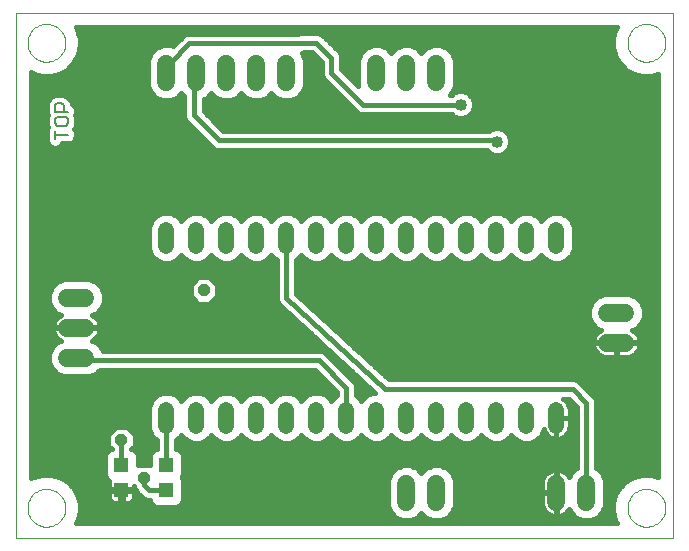
<source format=gtl>
G75*
%MOIN*%
%OFA0B0*%
%FSLAX24Y24*%
%IPPOS*%
%LPD*%
%AMOC8*
5,1,8,0,0,1.08239X$1,22.5*
%
%ADD10C,0.0000*%
%ADD11C,0.0070*%
%ADD12R,0.0472X0.0472*%
%ADD13C,0.0600*%
%ADD14C,0.0520*%
%ADD15C,0.0160*%
%ADD16C,0.0400*%
%ADD17OC8,0.0396*%
%ADD18OC8,0.0400*%
D10*
X000680Y000930D02*
X000680Y018426D01*
X022550Y018426D01*
X022550Y000930D01*
X000680Y000930D01*
X001050Y001930D02*
X001052Y001980D01*
X001058Y002030D01*
X001068Y002079D01*
X001082Y002127D01*
X001099Y002174D01*
X001120Y002219D01*
X001145Y002263D01*
X001173Y002304D01*
X001205Y002343D01*
X001239Y002380D01*
X001276Y002414D01*
X001316Y002444D01*
X001358Y002471D01*
X001402Y002495D01*
X001448Y002516D01*
X001495Y002532D01*
X001543Y002545D01*
X001593Y002554D01*
X001642Y002559D01*
X001693Y002560D01*
X001743Y002557D01*
X001792Y002550D01*
X001841Y002539D01*
X001889Y002524D01*
X001935Y002506D01*
X001980Y002484D01*
X002023Y002458D01*
X002064Y002429D01*
X002103Y002397D01*
X002139Y002362D01*
X002171Y002324D01*
X002201Y002284D01*
X002228Y002241D01*
X002251Y002197D01*
X002270Y002151D01*
X002286Y002103D01*
X002298Y002054D01*
X002306Y002005D01*
X002310Y001955D01*
X002310Y001905D01*
X002306Y001855D01*
X002298Y001806D01*
X002286Y001757D01*
X002270Y001709D01*
X002251Y001663D01*
X002228Y001619D01*
X002201Y001576D01*
X002171Y001536D01*
X002139Y001498D01*
X002103Y001463D01*
X002064Y001431D01*
X002023Y001402D01*
X001980Y001376D01*
X001935Y001354D01*
X001889Y001336D01*
X001841Y001321D01*
X001792Y001310D01*
X001743Y001303D01*
X001693Y001300D01*
X001642Y001301D01*
X001593Y001306D01*
X001543Y001315D01*
X001495Y001328D01*
X001448Y001344D01*
X001402Y001365D01*
X001358Y001389D01*
X001316Y001416D01*
X001276Y001446D01*
X001239Y001480D01*
X001205Y001517D01*
X001173Y001556D01*
X001145Y001597D01*
X001120Y001641D01*
X001099Y001686D01*
X001082Y001733D01*
X001068Y001781D01*
X001058Y001830D01*
X001052Y001880D01*
X001050Y001930D01*
X001050Y017430D02*
X001052Y017480D01*
X001058Y017530D01*
X001068Y017579D01*
X001082Y017627D01*
X001099Y017674D01*
X001120Y017719D01*
X001145Y017763D01*
X001173Y017804D01*
X001205Y017843D01*
X001239Y017880D01*
X001276Y017914D01*
X001316Y017944D01*
X001358Y017971D01*
X001402Y017995D01*
X001448Y018016D01*
X001495Y018032D01*
X001543Y018045D01*
X001593Y018054D01*
X001642Y018059D01*
X001693Y018060D01*
X001743Y018057D01*
X001792Y018050D01*
X001841Y018039D01*
X001889Y018024D01*
X001935Y018006D01*
X001980Y017984D01*
X002023Y017958D01*
X002064Y017929D01*
X002103Y017897D01*
X002139Y017862D01*
X002171Y017824D01*
X002201Y017784D01*
X002228Y017741D01*
X002251Y017697D01*
X002270Y017651D01*
X002286Y017603D01*
X002298Y017554D01*
X002306Y017505D01*
X002310Y017455D01*
X002310Y017405D01*
X002306Y017355D01*
X002298Y017306D01*
X002286Y017257D01*
X002270Y017209D01*
X002251Y017163D01*
X002228Y017119D01*
X002201Y017076D01*
X002171Y017036D01*
X002139Y016998D01*
X002103Y016963D01*
X002064Y016931D01*
X002023Y016902D01*
X001980Y016876D01*
X001935Y016854D01*
X001889Y016836D01*
X001841Y016821D01*
X001792Y016810D01*
X001743Y016803D01*
X001693Y016800D01*
X001642Y016801D01*
X001593Y016806D01*
X001543Y016815D01*
X001495Y016828D01*
X001448Y016844D01*
X001402Y016865D01*
X001358Y016889D01*
X001316Y016916D01*
X001276Y016946D01*
X001239Y016980D01*
X001205Y017017D01*
X001173Y017056D01*
X001145Y017097D01*
X001120Y017141D01*
X001099Y017186D01*
X001082Y017233D01*
X001068Y017281D01*
X001058Y017330D01*
X001052Y017380D01*
X001050Y017430D01*
X021050Y017430D02*
X021052Y017480D01*
X021058Y017530D01*
X021068Y017579D01*
X021082Y017627D01*
X021099Y017674D01*
X021120Y017719D01*
X021145Y017763D01*
X021173Y017804D01*
X021205Y017843D01*
X021239Y017880D01*
X021276Y017914D01*
X021316Y017944D01*
X021358Y017971D01*
X021402Y017995D01*
X021448Y018016D01*
X021495Y018032D01*
X021543Y018045D01*
X021593Y018054D01*
X021642Y018059D01*
X021693Y018060D01*
X021743Y018057D01*
X021792Y018050D01*
X021841Y018039D01*
X021889Y018024D01*
X021935Y018006D01*
X021980Y017984D01*
X022023Y017958D01*
X022064Y017929D01*
X022103Y017897D01*
X022139Y017862D01*
X022171Y017824D01*
X022201Y017784D01*
X022228Y017741D01*
X022251Y017697D01*
X022270Y017651D01*
X022286Y017603D01*
X022298Y017554D01*
X022306Y017505D01*
X022310Y017455D01*
X022310Y017405D01*
X022306Y017355D01*
X022298Y017306D01*
X022286Y017257D01*
X022270Y017209D01*
X022251Y017163D01*
X022228Y017119D01*
X022201Y017076D01*
X022171Y017036D01*
X022139Y016998D01*
X022103Y016963D01*
X022064Y016931D01*
X022023Y016902D01*
X021980Y016876D01*
X021935Y016854D01*
X021889Y016836D01*
X021841Y016821D01*
X021792Y016810D01*
X021743Y016803D01*
X021693Y016800D01*
X021642Y016801D01*
X021593Y016806D01*
X021543Y016815D01*
X021495Y016828D01*
X021448Y016844D01*
X021402Y016865D01*
X021358Y016889D01*
X021316Y016916D01*
X021276Y016946D01*
X021239Y016980D01*
X021205Y017017D01*
X021173Y017056D01*
X021145Y017097D01*
X021120Y017141D01*
X021099Y017186D01*
X021082Y017233D01*
X021068Y017281D01*
X021058Y017330D01*
X021052Y017380D01*
X021050Y017430D01*
X021050Y001930D02*
X021052Y001980D01*
X021058Y002030D01*
X021068Y002079D01*
X021082Y002127D01*
X021099Y002174D01*
X021120Y002219D01*
X021145Y002263D01*
X021173Y002304D01*
X021205Y002343D01*
X021239Y002380D01*
X021276Y002414D01*
X021316Y002444D01*
X021358Y002471D01*
X021402Y002495D01*
X021448Y002516D01*
X021495Y002532D01*
X021543Y002545D01*
X021593Y002554D01*
X021642Y002559D01*
X021693Y002560D01*
X021743Y002557D01*
X021792Y002550D01*
X021841Y002539D01*
X021889Y002524D01*
X021935Y002506D01*
X021980Y002484D01*
X022023Y002458D01*
X022064Y002429D01*
X022103Y002397D01*
X022139Y002362D01*
X022171Y002324D01*
X022201Y002284D01*
X022228Y002241D01*
X022251Y002197D01*
X022270Y002151D01*
X022286Y002103D01*
X022298Y002054D01*
X022306Y002005D01*
X022310Y001955D01*
X022310Y001905D01*
X022306Y001855D01*
X022298Y001806D01*
X022286Y001757D01*
X022270Y001709D01*
X022251Y001663D01*
X022228Y001619D01*
X022201Y001576D01*
X022171Y001536D01*
X022139Y001498D01*
X022103Y001463D01*
X022064Y001431D01*
X022023Y001402D01*
X021980Y001376D01*
X021935Y001354D01*
X021889Y001336D01*
X021841Y001321D01*
X021792Y001310D01*
X021743Y001303D01*
X021693Y001300D01*
X021642Y001301D01*
X021593Y001306D01*
X021543Y001315D01*
X021495Y001328D01*
X021448Y001344D01*
X021402Y001365D01*
X021358Y001389D01*
X021316Y001416D01*
X021276Y001446D01*
X021239Y001480D01*
X021205Y001517D01*
X021173Y001556D01*
X021145Y001597D01*
X021120Y001641D01*
X021099Y001686D01*
X021082Y001733D01*
X021068Y001781D01*
X021058Y001830D01*
X021052Y001880D01*
X021050Y001930D01*
D11*
X002395Y014358D02*
X001965Y014358D01*
X001965Y014215D02*
X001965Y014502D01*
X002036Y014675D02*
X002323Y014675D01*
X002395Y014747D01*
X002395Y014891D01*
X002323Y014962D01*
X002036Y014962D01*
X001965Y014891D01*
X001965Y014747D01*
X002036Y014675D01*
X001965Y015136D02*
X001965Y015351D01*
X002036Y015423D01*
X002180Y015423D01*
X002252Y015351D01*
X002252Y015136D01*
X002395Y015136D02*
X001965Y015136D01*
D12*
X004180Y003343D03*
X004180Y002517D03*
X005680Y002517D03*
X005680Y003343D03*
D13*
X002980Y006930D02*
X002380Y006930D01*
X002380Y007930D02*
X002980Y007930D01*
X002980Y008930D02*
X002380Y008930D01*
X005680Y016130D02*
X005680Y016730D01*
X006680Y016730D02*
X006680Y016130D01*
X007680Y016130D02*
X007680Y016730D01*
X008680Y016730D02*
X008680Y016130D01*
X009680Y016130D02*
X009680Y016730D01*
X012680Y016730D02*
X012680Y016130D01*
X013680Y016130D02*
X013680Y016730D01*
X014680Y016730D02*
X014680Y016130D01*
X020380Y008430D02*
X020980Y008430D01*
X020980Y007430D02*
X020380Y007430D01*
X019680Y002730D02*
X019680Y002130D01*
X018680Y002130D02*
X018680Y002730D01*
X014680Y002730D02*
X014680Y002130D01*
X013680Y002130D02*
X013680Y002730D01*
D14*
X013680Y004670D02*
X013680Y005190D01*
X012680Y005190D02*
X012680Y004670D01*
X011680Y004670D02*
X011680Y005190D01*
X010680Y005190D02*
X010680Y004670D01*
X009680Y004670D02*
X009680Y005190D01*
X008680Y005190D02*
X008680Y004670D01*
X007680Y004670D02*
X007680Y005190D01*
X006680Y005190D02*
X006680Y004670D01*
X005680Y004670D02*
X005680Y005190D01*
X005680Y010670D02*
X005680Y011190D01*
X006680Y011190D02*
X006680Y010670D01*
X007680Y010670D02*
X007680Y011190D01*
X008680Y011190D02*
X008680Y010670D01*
X009680Y010670D02*
X009680Y011190D01*
X010680Y011190D02*
X010680Y010670D01*
X011680Y010670D02*
X011680Y011190D01*
X012680Y011190D02*
X012680Y010670D01*
X013680Y010670D02*
X013680Y011190D01*
X014680Y011190D02*
X014680Y010670D01*
X015680Y010670D02*
X015680Y011190D01*
X016680Y011190D02*
X016680Y010670D01*
X017680Y010670D02*
X017680Y011190D01*
X018680Y011190D02*
X018680Y010670D01*
X018680Y005190D02*
X018680Y004670D01*
X017680Y004670D02*
X017680Y005190D01*
X016680Y005190D02*
X016680Y004670D01*
X015680Y004670D02*
X015680Y005190D01*
X014680Y005190D02*
X014680Y004670D01*
D15*
X015180Y004361D02*
X015188Y004341D01*
X015351Y004178D01*
X015565Y004090D01*
X015795Y004090D01*
X016009Y004178D01*
X016172Y004341D01*
X016180Y004361D01*
X016188Y004341D01*
X016351Y004178D01*
X016565Y004090D01*
X016795Y004090D01*
X017009Y004178D01*
X017172Y004341D01*
X017180Y004361D01*
X017188Y004341D01*
X017351Y004178D01*
X017565Y004090D01*
X017795Y004090D01*
X018009Y004178D01*
X018172Y004341D01*
X018257Y004548D01*
X018272Y004501D01*
X018304Y004439D01*
X018344Y004383D01*
X018393Y004334D01*
X018449Y004294D01*
X018511Y004262D01*
X018577Y004241D01*
X018645Y004230D01*
X018680Y004230D01*
X018715Y004230D01*
X018783Y004241D01*
X018849Y004262D01*
X018911Y004294D01*
X018967Y004334D01*
X019016Y004383D01*
X019056Y004439D01*
X019088Y004501D01*
X019109Y004567D01*
X019120Y004635D01*
X019120Y004930D01*
X019120Y005225D01*
X019109Y005293D01*
X019088Y005359D01*
X019056Y005421D01*
X019016Y005477D01*
X018967Y005526D01*
X018911Y005566D01*
X018903Y005570D01*
X019087Y005570D01*
X019360Y005297D01*
X019360Y003269D01*
X019329Y003256D01*
X019154Y003081D01*
X019103Y002957D01*
X019091Y002982D01*
X019046Y003043D01*
X018993Y003096D01*
X018932Y003141D01*
X018864Y003175D01*
X018792Y003198D01*
X018718Y003210D01*
X018700Y003210D01*
X018700Y002450D01*
X018660Y002450D01*
X018660Y003210D01*
X018642Y003210D01*
X018568Y003198D01*
X018496Y003175D01*
X018428Y003141D01*
X018367Y003096D01*
X018314Y003043D01*
X018269Y002982D01*
X018235Y002914D01*
X018212Y002842D01*
X018200Y002768D01*
X018200Y002450D01*
X018660Y002450D01*
X018660Y002410D01*
X018700Y002410D01*
X018700Y001650D01*
X018718Y001650D01*
X018792Y001662D01*
X018864Y001685D01*
X018932Y001719D01*
X018993Y001764D01*
X019046Y001817D01*
X019091Y001878D01*
X019103Y001903D01*
X019154Y001779D01*
X019329Y001604D01*
X019557Y001510D01*
X019803Y001510D01*
X020031Y001604D01*
X020206Y001779D01*
X020300Y002007D01*
X020300Y002853D01*
X020206Y003081D01*
X020031Y003256D01*
X020000Y003269D01*
X020000Y005494D01*
X019951Y005611D01*
X019861Y005701D01*
X019401Y006161D01*
X019284Y006210D01*
X013086Y006210D01*
X010000Y009070D01*
X010000Y010175D01*
X010009Y010178D01*
X010172Y010341D01*
X010180Y010361D01*
X010188Y010341D01*
X010351Y010178D01*
X010565Y010090D01*
X010795Y010090D01*
X011009Y010178D01*
X011172Y010341D01*
X011180Y010361D01*
X011188Y010341D01*
X011351Y010178D01*
X011565Y010090D01*
X011795Y010090D01*
X012009Y010178D01*
X012172Y010341D01*
X012180Y010361D01*
X012188Y010341D01*
X012351Y010178D01*
X012565Y010090D01*
X012795Y010090D01*
X013009Y010178D01*
X013172Y010341D01*
X013180Y010361D01*
X013188Y010341D01*
X013351Y010178D01*
X013565Y010090D01*
X013795Y010090D01*
X014009Y010178D01*
X014172Y010341D01*
X014180Y010361D01*
X014188Y010341D01*
X014351Y010178D01*
X014565Y010090D01*
X014795Y010090D01*
X015009Y010178D01*
X015172Y010341D01*
X015180Y010361D01*
X015188Y010341D01*
X015351Y010178D01*
X015565Y010090D01*
X015795Y010090D01*
X016009Y010178D01*
X016172Y010341D01*
X016180Y010361D01*
X016188Y010341D01*
X016351Y010178D01*
X016565Y010090D01*
X016795Y010090D01*
X017009Y010178D01*
X017172Y010341D01*
X017180Y010361D01*
X017188Y010341D01*
X017351Y010178D01*
X017565Y010090D01*
X017795Y010090D01*
X018009Y010178D01*
X018172Y010341D01*
X018180Y010361D01*
X018188Y010341D01*
X018351Y010178D01*
X018565Y010090D01*
X018795Y010090D01*
X019009Y010178D01*
X019172Y010341D01*
X019260Y010555D01*
X019260Y011305D01*
X019172Y011519D01*
X019009Y011682D01*
X018795Y011770D01*
X018565Y011770D01*
X018351Y011682D01*
X018188Y011519D01*
X018180Y011499D01*
X018172Y011519D01*
X018009Y011682D01*
X017795Y011770D01*
X017565Y011770D01*
X017351Y011682D01*
X017188Y011519D01*
X017180Y011499D01*
X017172Y011519D01*
X017009Y011682D01*
X016795Y011770D01*
X016565Y011770D01*
X016351Y011682D01*
X016188Y011519D01*
X016180Y011499D01*
X016172Y011519D01*
X016009Y011682D01*
X015795Y011770D01*
X015565Y011770D01*
X015351Y011682D01*
X015188Y011519D01*
X015180Y011499D01*
X015172Y011519D01*
X015009Y011682D01*
X014795Y011770D01*
X014565Y011770D01*
X014351Y011682D01*
X014188Y011519D01*
X014180Y011499D01*
X014172Y011519D01*
X014009Y011682D01*
X013795Y011770D01*
X013565Y011770D01*
X013351Y011682D01*
X013188Y011519D01*
X013180Y011499D01*
X013172Y011519D01*
X013009Y011682D01*
X012795Y011770D01*
X012565Y011770D01*
X012351Y011682D01*
X012188Y011519D01*
X012180Y011499D01*
X012172Y011519D01*
X012009Y011682D01*
X011795Y011770D01*
X011565Y011770D01*
X011351Y011682D01*
X011188Y011519D01*
X011180Y011499D01*
X011172Y011519D01*
X011009Y011682D01*
X010795Y011770D01*
X010565Y011770D01*
X010351Y011682D01*
X010188Y011519D01*
X010180Y011499D01*
X010172Y011519D01*
X010009Y011682D01*
X009795Y011770D01*
X009565Y011770D01*
X009351Y011682D01*
X009188Y011519D01*
X009180Y011499D01*
X009172Y011519D01*
X009009Y011682D01*
X008795Y011770D01*
X008565Y011770D01*
X008351Y011682D01*
X008188Y011519D01*
X008180Y011499D01*
X008172Y011519D01*
X008009Y011682D01*
X007795Y011770D01*
X007565Y011770D01*
X007351Y011682D01*
X007188Y011519D01*
X007180Y011499D01*
X007172Y011519D01*
X007009Y011682D01*
X006795Y011770D01*
X006565Y011770D01*
X006351Y011682D01*
X006188Y011519D01*
X006180Y011499D01*
X006172Y011519D01*
X006009Y011682D01*
X005795Y011770D01*
X005565Y011770D01*
X005351Y011682D01*
X005188Y011519D01*
X005100Y011305D01*
X005100Y010555D01*
X005188Y010341D01*
X005351Y010178D01*
X005565Y010090D01*
X005795Y010090D01*
X006009Y010178D01*
X006172Y010341D01*
X006180Y010361D01*
X006188Y010341D01*
X006351Y010178D01*
X006565Y010090D01*
X006795Y010090D01*
X007009Y010178D01*
X007172Y010341D01*
X007180Y010361D01*
X007188Y010341D01*
X007351Y010178D01*
X007565Y010090D01*
X007795Y010090D01*
X008009Y010178D01*
X008172Y010341D01*
X008180Y010361D01*
X008188Y010341D01*
X008351Y010178D01*
X008565Y010090D01*
X008795Y010090D01*
X009009Y010178D01*
X009172Y010341D01*
X009180Y010361D01*
X009188Y010341D01*
X009351Y010178D01*
X009360Y010175D01*
X009360Y008987D01*
X009358Y008981D01*
X009360Y008924D01*
X009360Y008866D01*
X009362Y008861D01*
X009363Y008854D01*
X009387Y008802D01*
X009409Y008749D01*
X009413Y008744D01*
X009416Y008739D01*
X009458Y008699D01*
X009499Y008659D01*
X009505Y008656D01*
X012619Y005770D01*
X012565Y005770D01*
X012351Y005682D01*
X012188Y005519D01*
X012180Y005499D01*
X012172Y005519D01*
X012009Y005682D01*
X012000Y005685D01*
X012000Y005994D01*
X011951Y006111D01*
X011861Y006201D01*
X010941Y007121D01*
X010824Y007170D01*
X003552Y007170D01*
X003506Y007281D01*
X003331Y007456D01*
X003207Y007507D01*
X003232Y007519D01*
X003293Y007564D01*
X003346Y007617D01*
X003391Y007678D01*
X003425Y007746D01*
X003448Y007818D01*
X003460Y007892D01*
X003460Y007910D01*
X002700Y007910D01*
X002700Y007950D01*
X003460Y007950D01*
X003460Y007968D01*
X003448Y008042D01*
X003425Y008114D01*
X003391Y008182D01*
X003346Y008243D01*
X003293Y008296D01*
X003232Y008341D01*
X003207Y008353D01*
X003331Y008404D01*
X003506Y008579D01*
X003600Y008807D01*
X003600Y009053D01*
X003506Y009281D01*
X003331Y009456D01*
X003103Y009550D01*
X002257Y009550D01*
X002029Y009456D01*
X001854Y009281D01*
X001760Y009053D01*
X001760Y008807D01*
X001854Y008579D01*
X002029Y008404D01*
X002153Y008353D01*
X002128Y008341D01*
X002067Y008296D01*
X002014Y008243D01*
X001969Y008182D01*
X001935Y008114D01*
X001912Y008042D01*
X001900Y007968D01*
X001900Y007950D01*
X002660Y007950D01*
X002660Y007910D01*
X001900Y007910D01*
X001900Y007892D01*
X001912Y007818D01*
X001935Y007746D01*
X001969Y007678D01*
X002014Y007617D01*
X002067Y007564D01*
X002128Y007519D01*
X002153Y007507D01*
X002029Y007456D01*
X001854Y007281D01*
X001760Y007053D01*
X001760Y006807D01*
X001854Y006579D01*
X002029Y006404D01*
X002257Y006310D01*
X003103Y006310D01*
X003331Y006404D01*
X003457Y006530D01*
X010627Y006530D01*
X011360Y005797D01*
X011360Y005685D01*
X011351Y005682D01*
X011188Y005519D01*
X011180Y005499D01*
X011172Y005519D01*
X011009Y005682D01*
X010795Y005770D01*
X010565Y005770D01*
X010351Y005682D01*
X010188Y005519D01*
X010180Y005499D01*
X010172Y005519D01*
X010009Y005682D01*
X009795Y005770D01*
X009565Y005770D01*
X009351Y005682D01*
X009188Y005519D01*
X009180Y005499D01*
X009172Y005519D01*
X009009Y005682D01*
X008795Y005770D01*
X008565Y005770D01*
X008351Y005682D01*
X008188Y005519D01*
X008180Y005499D01*
X008172Y005519D01*
X008009Y005682D01*
X007795Y005770D01*
X007565Y005770D01*
X007351Y005682D01*
X007188Y005519D01*
X007180Y005499D01*
X007172Y005519D01*
X007009Y005682D01*
X006795Y005770D01*
X006565Y005770D01*
X006351Y005682D01*
X006188Y005519D01*
X006180Y005499D01*
X006172Y005519D01*
X006009Y005682D01*
X005795Y005770D01*
X005565Y005770D01*
X005351Y005682D01*
X005188Y005519D01*
X005100Y005305D01*
X005100Y004555D01*
X005188Y004341D01*
X005351Y004178D01*
X005360Y004175D01*
X005360Y003891D01*
X005263Y003851D01*
X005172Y003761D01*
X005124Y003643D01*
X005124Y003356D01*
X005111Y003368D01*
X004749Y003368D01*
X004736Y003356D01*
X004736Y003643D01*
X004688Y003761D01*
X004597Y003851D01*
X004508Y003888D01*
X004618Y003999D01*
X004618Y004361D01*
X004361Y004618D01*
X003999Y004618D01*
X003742Y004361D01*
X003742Y003999D01*
X003852Y003888D01*
X003763Y003851D01*
X003672Y003761D01*
X003624Y003643D01*
X003624Y003044D01*
X003672Y002926D01*
X003763Y002836D01*
X003780Y002829D01*
X003776Y002822D01*
X003764Y002777D01*
X003764Y002555D01*
X004142Y002555D01*
X004142Y002479D01*
X003764Y002479D01*
X003764Y002257D01*
X003776Y002211D01*
X003800Y002170D01*
X003833Y002136D01*
X003874Y002113D01*
X003920Y002100D01*
X004142Y002100D01*
X004142Y002478D01*
X004218Y002478D01*
X004218Y002100D01*
X004440Y002100D01*
X004486Y002113D01*
X004527Y002136D01*
X004560Y002170D01*
X004584Y002211D01*
X004596Y002257D01*
X004596Y002479D01*
X004218Y002479D01*
X004218Y002555D01*
X004596Y002555D01*
X004596Y002644D01*
X004610Y002630D01*
X004610Y002616D01*
X004659Y002499D01*
X004749Y002409D01*
X004912Y002245D01*
X005030Y002197D01*
X005132Y002197D01*
X005172Y002099D01*
X005263Y002009D01*
X005380Y001960D01*
X005980Y001960D01*
X006097Y002009D01*
X006188Y002099D01*
X006236Y002217D01*
X006236Y002816D01*
X006189Y002930D01*
X006236Y003044D01*
X006236Y003643D01*
X006188Y003761D01*
X006097Y003851D01*
X006000Y003891D01*
X006000Y004175D01*
X006009Y004178D01*
X006172Y004341D01*
X006180Y004361D01*
X006188Y004341D01*
X006351Y004178D01*
X006565Y004090D01*
X006795Y004090D01*
X007009Y004178D01*
X007172Y004341D01*
X007180Y004361D01*
X007188Y004341D01*
X007351Y004178D01*
X007565Y004090D01*
X007795Y004090D01*
X008009Y004178D01*
X008172Y004341D01*
X008180Y004361D01*
X008188Y004341D01*
X008351Y004178D01*
X008565Y004090D01*
X008795Y004090D01*
X009009Y004178D01*
X009172Y004341D01*
X009180Y004361D01*
X009188Y004341D01*
X009351Y004178D01*
X009565Y004090D01*
X009795Y004090D01*
X010009Y004178D01*
X010172Y004341D01*
X010180Y004361D01*
X010188Y004341D01*
X010351Y004178D01*
X010565Y004090D01*
X010795Y004090D01*
X011009Y004178D01*
X011172Y004341D01*
X011180Y004361D01*
X011188Y004341D01*
X011351Y004178D01*
X011565Y004090D01*
X011795Y004090D01*
X012009Y004178D01*
X012172Y004341D01*
X012180Y004361D01*
X012188Y004341D01*
X012351Y004178D01*
X012565Y004090D01*
X012795Y004090D01*
X013009Y004178D01*
X013172Y004341D01*
X013180Y004361D01*
X013188Y004341D01*
X013351Y004178D01*
X013565Y004090D01*
X013795Y004090D01*
X014009Y004178D01*
X014172Y004341D01*
X014180Y004361D01*
X014188Y004341D01*
X014351Y004178D01*
X014565Y004090D01*
X014795Y004090D01*
X015009Y004178D01*
X015172Y004341D01*
X015180Y004361D01*
X015089Y004259D02*
X015271Y004259D01*
X015540Y004100D02*
X014820Y004100D01*
X014540Y004100D02*
X013820Y004100D01*
X014089Y004259D02*
X014271Y004259D01*
X013540Y004100D02*
X012820Y004100D01*
X012540Y004100D02*
X011820Y004100D01*
X011540Y004100D02*
X010820Y004100D01*
X010540Y004100D02*
X009820Y004100D01*
X010089Y004259D02*
X010271Y004259D01*
X009540Y004100D02*
X008820Y004100D01*
X008540Y004100D02*
X007820Y004100D01*
X007540Y004100D02*
X006820Y004100D01*
X007089Y004259D02*
X007271Y004259D01*
X008089Y004259D02*
X008271Y004259D01*
X009089Y004259D02*
X009271Y004259D01*
X009196Y005527D02*
X009164Y005527D01*
X009001Y005685D02*
X009359Y005685D01*
X010001Y005685D02*
X010359Y005685D01*
X010196Y005527D02*
X010164Y005527D01*
X011001Y005685D02*
X011359Y005685D01*
X011314Y005844D02*
X001160Y005844D01*
X001160Y006002D02*
X011155Y006002D01*
X010997Y006161D02*
X001160Y006161D01*
X001160Y006319D02*
X002235Y006319D01*
X001956Y006478D02*
X001160Y006478D01*
X001160Y006636D02*
X001831Y006636D01*
X001765Y006795D02*
X001160Y006795D01*
X001160Y006953D02*
X001760Y006953D01*
X001784Y007112D02*
X001160Y007112D01*
X001160Y007270D02*
X001850Y007270D01*
X002002Y007429D02*
X001160Y007429D01*
X001160Y007587D02*
X002044Y007587D01*
X001935Y007746D02*
X001160Y007746D01*
X001160Y007904D02*
X001900Y007904D01*
X001918Y008063D02*
X001160Y008063D01*
X001160Y008221D02*
X001998Y008221D01*
X002089Y008380D02*
X001160Y008380D01*
X001160Y008538D02*
X001895Y008538D01*
X001806Y008697D02*
X001160Y008697D01*
X001160Y008855D02*
X001760Y008855D01*
X001760Y009014D02*
X001160Y009014D01*
X001160Y009172D02*
X001809Y009172D01*
X001904Y009331D02*
X001160Y009331D01*
X001160Y009489D02*
X002109Y009489D01*
X003251Y009489D02*
X006619Y009489D01*
X006492Y009361D02*
X006749Y009618D01*
X007111Y009618D01*
X007368Y009361D01*
X007368Y008999D01*
X007111Y008742D01*
X006749Y008742D01*
X006492Y008999D01*
X006492Y009361D01*
X006492Y009331D02*
X003456Y009331D01*
X003551Y009172D02*
X006492Y009172D01*
X006492Y009014D02*
X003600Y009014D01*
X003600Y008855D02*
X006635Y008855D01*
X007225Y008855D02*
X009363Y008855D01*
X009360Y009014D02*
X007368Y009014D01*
X007368Y009172D02*
X009360Y009172D01*
X009360Y009331D02*
X007368Y009331D01*
X007241Y009489D02*
X009360Y009489D01*
X009360Y009648D02*
X001160Y009648D01*
X001160Y009806D02*
X009360Y009806D01*
X009360Y009965D02*
X001160Y009965D01*
X001160Y010123D02*
X005485Y010123D01*
X005248Y010282D02*
X001160Y010282D01*
X001160Y010440D02*
X005147Y010440D01*
X005100Y010599D02*
X001160Y010599D01*
X001160Y010757D02*
X005100Y010757D01*
X005100Y010916D02*
X001160Y010916D01*
X001160Y011074D02*
X005100Y011074D01*
X005100Y011233D02*
X001160Y011233D01*
X001160Y011391D02*
X005135Y011391D01*
X005219Y011550D02*
X001160Y011550D01*
X001160Y011708D02*
X005415Y011708D01*
X005945Y011708D02*
X006415Y011708D01*
X006219Y011550D02*
X006141Y011550D01*
X006945Y011708D02*
X007415Y011708D01*
X007219Y011550D02*
X007141Y011550D01*
X007945Y011708D02*
X008415Y011708D01*
X008219Y011550D02*
X008141Y011550D01*
X008945Y011708D02*
X009415Y011708D01*
X009219Y011550D02*
X009141Y011550D01*
X009945Y011708D02*
X010415Y011708D01*
X010219Y011550D02*
X010141Y011550D01*
X009680Y010930D02*
X009680Y008930D01*
X012960Y005890D01*
X019220Y005890D01*
X019680Y005430D01*
X019680Y002430D01*
X020300Y002357D02*
X020645Y002357D01*
X020646Y002358D02*
X020570Y002076D01*
X020570Y001784D01*
X020646Y001502D01*
X020699Y001410D01*
X002661Y001410D01*
X002714Y001502D01*
X002790Y001784D01*
X002790Y002076D01*
X002714Y002358D01*
X002568Y002612D01*
X002362Y002818D01*
X002108Y002964D01*
X001826Y003040D01*
X001534Y003040D01*
X001252Y002964D01*
X001160Y002911D01*
X001160Y016449D01*
X001252Y016396D01*
X001534Y016320D01*
X001826Y016320D01*
X002108Y016396D01*
X002362Y016542D01*
X002568Y016748D01*
X002714Y017002D01*
X002790Y017284D01*
X002790Y017576D01*
X002714Y017858D01*
X002664Y017946D01*
X020696Y017946D01*
X020646Y017858D01*
X020570Y017576D01*
X020570Y017284D01*
X020646Y017002D01*
X020792Y016748D01*
X020998Y016542D01*
X021252Y016396D01*
X021534Y016320D01*
X021826Y016320D01*
X022070Y016385D01*
X022070Y002975D01*
X021826Y003040D01*
X021534Y003040D01*
X021252Y002964D01*
X020998Y002818D01*
X020792Y002612D01*
X020646Y002358D01*
X020603Y002198D02*
X020300Y002198D01*
X020300Y002040D02*
X020570Y002040D01*
X020570Y001881D02*
X020248Y001881D01*
X020149Y001723D02*
X020587Y001723D01*
X020629Y001564D02*
X019934Y001564D01*
X019426Y001564D02*
X014934Y001564D01*
X015031Y001604D02*
X014803Y001510D01*
X014557Y001510D01*
X014329Y001604D01*
X014180Y001753D01*
X014031Y001604D01*
X013803Y001510D01*
X013557Y001510D01*
X013329Y001604D01*
X013154Y001779D01*
X013060Y002007D01*
X013060Y002853D01*
X013154Y003081D01*
X013329Y003256D01*
X013557Y003350D01*
X013803Y003350D01*
X014031Y003256D01*
X014180Y003107D01*
X014329Y003256D01*
X014557Y003350D01*
X014803Y003350D01*
X015031Y003256D01*
X015206Y003081D01*
X015300Y002853D01*
X015300Y002007D01*
X015206Y001779D01*
X015031Y001604D01*
X015149Y001723D02*
X018424Y001723D01*
X018428Y001719D02*
X018496Y001685D01*
X018568Y001662D01*
X018642Y001650D01*
X018660Y001650D01*
X018660Y002410D01*
X018200Y002410D01*
X018200Y002092D01*
X018212Y002018D01*
X018235Y001946D01*
X018269Y001878D01*
X018314Y001817D01*
X018367Y001764D01*
X018428Y001719D01*
X018268Y001881D02*
X015248Y001881D01*
X015300Y002040D02*
X018208Y002040D01*
X018200Y002198D02*
X015300Y002198D01*
X015300Y002357D02*
X018200Y002357D01*
X018200Y002515D02*
X015300Y002515D01*
X015300Y002674D02*
X018200Y002674D01*
X018210Y002832D02*
X015300Y002832D01*
X015243Y002991D02*
X018276Y002991D01*
X018445Y003149D02*
X015138Y003149D01*
X014906Y003308D02*
X019360Y003308D01*
X019360Y003466D02*
X006236Y003466D01*
X006236Y003308D02*
X013454Y003308D01*
X013222Y003149D02*
X006236Y003149D01*
X006214Y002991D02*
X013117Y002991D01*
X013060Y002832D02*
X006230Y002832D01*
X006236Y002674D02*
X013060Y002674D01*
X013060Y002515D02*
X006236Y002515D01*
X006236Y002357D02*
X013060Y002357D01*
X013060Y002198D02*
X006228Y002198D01*
X006128Y002040D02*
X013060Y002040D01*
X013112Y001881D02*
X002790Y001881D01*
X002790Y002040D02*
X005232Y002040D01*
X005026Y002198D02*
X004576Y002198D01*
X004596Y002357D02*
X004801Y002357D01*
X004652Y002515D02*
X004218Y002515D01*
X004180Y002517D02*
X004180Y002180D01*
X003830Y001830D01*
X003240Y001830D01*
X002773Y001723D02*
X013211Y001723D01*
X013426Y001564D02*
X002731Y001564D01*
X002757Y002198D02*
X003784Y002198D01*
X003764Y002357D02*
X002715Y002357D01*
X002624Y002515D02*
X004142Y002515D01*
X004180Y002517D02*
X004200Y002370D01*
X004218Y002357D02*
X004142Y002357D01*
X004142Y002198D02*
X004218Y002198D01*
X003764Y002674D02*
X002506Y002674D01*
X002338Y002832D02*
X003772Y002832D01*
X003646Y002991D02*
X002011Y002991D01*
X001349Y002991D02*
X001160Y002991D01*
X001160Y003149D02*
X003624Y003149D01*
X003624Y003308D02*
X001160Y003308D01*
X001160Y003466D02*
X003624Y003466D01*
X003624Y003625D02*
X001160Y003625D01*
X001160Y003783D02*
X003695Y003783D01*
X003799Y003942D02*
X001160Y003942D01*
X001160Y004100D02*
X003742Y004100D01*
X003742Y004259D02*
X001160Y004259D01*
X001160Y004417D02*
X003797Y004417D01*
X003956Y004576D02*
X001160Y004576D01*
X001160Y004734D02*
X005100Y004734D01*
X005100Y004576D02*
X004404Y004576D01*
X004563Y004417D02*
X005157Y004417D01*
X005271Y004259D02*
X004618Y004259D01*
X004618Y004100D02*
X005360Y004100D01*
X005360Y003942D02*
X004561Y003942D01*
X004665Y003783D02*
X005195Y003783D01*
X005124Y003625D02*
X004736Y003625D01*
X004736Y003466D02*
X005124Y003466D01*
X004930Y002930D02*
X004930Y002680D01*
X005093Y002517D01*
X005680Y002517D01*
X005680Y003343D02*
X005680Y004930D01*
X005100Y004893D02*
X001160Y004893D01*
X001160Y005051D02*
X005100Y005051D01*
X005100Y005210D02*
X001160Y005210D01*
X001160Y005368D02*
X005126Y005368D01*
X005196Y005527D02*
X001160Y005527D01*
X001160Y005685D02*
X005359Y005685D01*
X006001Y005685D02*
X006359Y005685D01*
X006196Y005527D02*
X006164Y005527D01*
X007001Y005685D02*
X007359Y005685D01*
X007196Y005527D02*
X007164Y005527D01*
X008001Y005685D02*
X008359Y005685D01*
X008196Y005527D02*
X008164Y005527D01*
X006540Y004100D02*
X006000Y004100D01*
X006000Y003942D02*
X019360Y003942D01*
X019360Y004100D02*
X017820Y004100D01*
X017540Y004100D02*
X016820Y004100D01*
X017089Y004259D02*
X017271Y004259D01*
X016540Y004100D02*
X015820Y004100D01*
X016089Y004259D02*
X016271Y004259D01*
X018089Y004259D02*
X018523Y004259D01*
X018680Y004259D02*
X018680Y004259D01*
X018680Y004230D02*
X018680Y004930D01*
X019120Y004930D01*
X018680Y004930D01*
X018680Y004930D01*
X018680Y004230D01*
X018837Y004259D02*
X019360Y004259D01*
X019360Y004417D02*
X019040Y004417D01*
X019111Y004576D02*
X019360Y004576D01*
X019360Y004734D02*
X019120Y004734D01*
X019120Y004893D02*
X019360Y004893D01*
X019360Y005051D02*
X019120Y005051D01*
X019120Y005210D02*
X019360Y005210D01*
X019289Y005368D02*
X019083Y005368D01*
X019131Y005527D02*
X018965Y005527D01*
X018680Y004930D02*
X018680Y004930D01*
X018680Y004893D02*
X018680Y004893D01*
X018680Y004734D02*
X018680Y004734D01*
X018680Y004576D02*
X018680Y004576D01*
X018680Y004417D02*
X018680Y004417D01*
X018320Y004417D02*
X018203Y004417D01*
X019360Y003783D02*
X006165Y003783D01*
X006236Y003625D02*
X019360Y003625D01*
X019222Y003149D02*
X018915Y003149D01*
X018700Y003149D02*
X018660Y003149D01*
X018660Y002991D02*
X018700Y002991D01*
X018700Y002832D02*
X018660Y002832D01*
X018660Y002674D02*
X018700Y002674D01*
X018700Y002515D02*
X018660Y002515D01*
X018660Y002357D02*
X018700Y002357D01*
X018700Y002198D02*
X018660Y002198D01*
X018660Y002040D02*
X018700Y002040D01*
X018700Y001881D02*
X018660Y001881D01*
X018660Y001723D02*
X018700Y001723D01*
X018936Y001723D02*
X019211Y001723D01*
X019112Y001881D02*
X019092Y001881D01*
X020300Y002515D02*
X020736Y002515D01*
X020854Y002674D02*
X020300Y002674D01*
X020300Y002832D02*
X021022Y002832D01*
X021349Y002991D02*
X020243Y002991D01*
X020138Y003149D02*
X022070Y003149D01*
X022070Y002991D02*
X022011Y002991D01*
X022070Y003308D02*
X020000Y003308D01*
X020000Y003466D02*
X022070Y003466D01*
X022070Y003625D02*
X020000Y003625D01*
X020000Y003783D02*
X022070Y003783D01*
X022070Y003942D02*
X020000Y003942D01*
X020000Y004100D02*
X022070Y004100D01*
X022070Y004259D02*
X020000Y004259D01*
X020000Y004417D02*
X022070Y004417D01*
X022070Y004576D02*
X020000Y004576D01*
X020000Y004734D02*
X022070Y004734D01*
X022070Y004893D02*
X020000Y004893D01*
X020000Y005051D02*
X022070Y005051D01*
X022070Y005210D02*
X020000Y005210D01*
X020000Y005368D02*
X022070Y005368D01*
X022070Y005527D02*
X019986Y005527D01*
X019878Y005685D02*
X022070Y005685D01*
X022070Y005844D02*
X019719Y005844D01*
X019561Y006002D02*
X022070Y006002D01*
X022070Y006161D02*
X019402Y006161D01*
X020196Y006985D02*
X020268Y006962D01*
X020342Y006950D01*
X020660Y006950D01*
X020660Y007410D01*
X020700Y007410D01*
X020700Y007450D01*
X021460Y007450D01*
X021460Y007468D01*
X021448Y007542D01*
X021425Y007614D01*
X021391Y007682D01*
X021346Y007743D01*
X021293Y007796D01*
X021232Y007841D01*
X021207Y007853D01*
X021331Y007904D01*
X021506Y008079D01*
X021600Y008307D01*
X021600Y008553D01*
X021506Y008781D01*
X021331Y008956D01*
X021103Y009050D01*
X020257Y009050D01*
X020029Y008956D01*
X019854Y008781D01*
X019760Y008553D01*
X019760Y008307D01*
X019854Y008079D01*
X020029Y007904D01*
X020153Y007853D01*
X020128Y007841D01*
X020067Y007796D01*
X020014Y007743D01*
X019969Y007682D01*
X019935Y007614D01*
X019912Y007542D01*
X019900Y007468D01*
X019900Y007450D01*
X020660Y007450D01*
X020660Y007410D01*
X019900Y007410D01*
X019900Y007392D01*
X019912Y007318D01*
X019935Y007246D01*
X019969Y007178D01*
X020014Y007117D01*
X020067Y007064D01*
X020128Y007019D01*
X020196Y006985D01*
X020323Y006953D02*
X012284Y006953D01*
X012455Y006795D02*
X022070Y006795D01*
X022070Y006953D02*
X021037Y006953D01*
X021018Y006950D02*
X021092Y006962D01*
X021164Y006985D01*
X021232Y007019D01*
X021293Y007064D01*
X021346Y007117D01*
X021391Y007178D01*
X021425Y007246D01*
X021448Y007318D01*
X021460Y007392D01*
X021460Y007410D01*
X020700Y007410D01*
X020700Y006950D01*
X021018Y006950D01*
X020700Y006953D02*
X020660Y006953D01*
X020660Y007112D02*
X020700Y007112D01*
X020700Y007270D02*
X020660Y007270D01*
X020660Y007429D02*
X011771Y007429D01*
X011600Y007587D02*
X019926Y007587D01*
X020017Y007746D02*
X011429Y007746D01*
X011258Y007904D02*
X020030Y007904D01*
X019871Y008063D02*
X011087Y008063D01*
X010916Y008221D02*
X019795Y008221D01*
X019760Y008380D02*
X010745Y008380D01*
X010574Y008538D02*
X019760Y008538D01*
X019819Y008697D02*
X010403Y008697D01*
X010232Y008855D02*
X019928Y008855D01*
X020169Y009014D02*
X010061Y009014D01*
X010000Y009172D02*
X022070Y009172D01*
X022070Y009014D02*
X021191Y009014D01*
X021432Y008855D02*
X022070Y008855D01*
X022070Y008697D02*
X021541Y008697D01*
X021600Y008538D02*
X022070Y008538D01*
X022070Y008380D02*
X021600Y008380D01*
X021565Y008221D02*
X022070Y008221D01*
X022070Y008063D02*
X021489Y008063D01*
X021330Y007904D02*
X022070Y007904D01*
X022070Y007746D02*
X021343Y007746D01*
X021434Y007587D02*
X022070Y007587D01*
X022070Y007429D02*
X020700Y007429D01*
X021340Y007112D02*
X022070Y007112D01*
X022070Y007270D02*
X021433Y007270D01*
X022070Y006636D02*
X012626Y006636D01*
X012797Y006478D02*
X022070Y006478D01*
X022070Y006319D02*
X012968Y006319D01*
X012539Y005844D02*
X012000Y005844D01*
X011997Y006002D02*
X012368Y006002D01*
X012197Y006161D02*
X011902Y006161D01*
X012026Y006319D02*
X011744Y006319D01*
X011855Y006478D02*
X011585Y006478D01*
X011684Y006636D02*
X011427Y006636D01*
X011513Y006795D02*
X011268Y006795D01*
X011342Y006953D02*
X011110Y006953D01*
X011171Y007112D02*
X010951Y007112D01*
X011000Y007270D02*
X003510Y007270D01*
X003358Y007429D02*
X010829Y007429D01*
X010658Y007587D02*
X003316Y007587D01*
X003425Y007746D02*
X010487Y007746D01*
X010316Y007904D02*
X003460Y007904D01*
X003442Y008063D02*
X010145Y008063D01*
X009974Y008221D02*
X003362Y008221D01*
X003271Y008380D02*
X009803Y008380D01*
X009632Y008538D02*
X003465Y008538D01*
X003554Y008697D02*
X009461Y008697D01*
X010000Y009331D02*
X022070Y009331D01*
X022070Y009489D02*
X010000Y009489D01*
X010000Y009648D02*
X022070Y009648D01*
X022070Y009806D02*
X010000Y009806D01*
X010000Y009965D02*
X022070Y009965D01*
X022070Y010123D02*
X018875Y010123D01*
X019112Y010282D02*
X022070Y010282D01*
X022070Y010440D02*
X019213Y010440D01*
X019260Y010599D02*
X022070Y010599D01*
X022070Y010757D02*
X019260Y010757D01*
X019260Y010916D02*
X022070Y010916D01*
X022070Y011074D02*
X019260Y011074D01*
X019260Y011233D02*
X022070Y011233D01*
X022070Y011391D02*
X019225Y011391D01*
X019141Y011550D02*
X022070Y011550D01*
X022070Y011708D02*
X018945Y011708D01*
X018415Y011708D02*
X017945Y011708D01*
X018141Y011550D02*
X018219Y011550D01*
X017415Y011708D02*
X016945Y011708D01*
X017141Y011550D02*
X017219Y011550D01*
X016415Y011708D02*
X015945Y011708D01*
X016141Y011550D02*
X016219Y011550D01*
X015415Y011708D02*
X014945Y011708D01*
X015141Y011550D02*
X015219Y011550D01*
X014415Y011708D02*
X013945Y011708D01*
X014141Y011550D02*
X014219Y011550D01*
X013415Y011708D02*
X012945Y011708D01*
X013141Y011550D02*
X013219Y011550D01*
X012415Y011708D02*
X011945Y011708D01*
X012141Y011550D02*
X012219Y011550D01*
X011415Y011708D02*
X010945Y011708D01*
X011141Y011550D02*
X011219Y011550D01*
X011248Y010282D02*
X011112Y010282D01*
X010875Y010123D02*
X011485Y010123D01*
X011875Y010123D02*
X012485Y010123D01*
X012248Y010282D02*
X012112Y010282D01*
X012875Y010123D02*
X013485Y010123D01*
X013248Y010282D02*
X013112Y010282D01*
X013875Y010123D02*
X014485Y010123D01*
X014875Y010123D02*
X015485Y010123D01*
X015248Y010282D02*
X015112Y010282D01*
X015875Y010123D02*
X016485Y010123D01*
X016248Y010282D02*
X016112Y010282D01*
X016875Y010123D02*
X017485Y010123D01*
X017248Y010282D02*
X017112Y010282D01*
X017875Y010123D02*
X018485Y010123D01*
X018248Y010282D02*
X018112Y010282D01*
X019927Y007270D02*
X011942Y007270D01*
X012113Y007112D02*
X020020Y007112D01*
X019117Y002991D02*
X019084Y002991D01*
X014454Y003308D02*
X013906Y003308D01*
X014138Y003149D02*
X014222Y003149D01*
X013271Y004259D02*
X013089Y004259D01*
X012271Y004259D02*
X012089Y004259D01*
X011271Y004259D02*
X011089Y004259D01*
X011680Y004930D02*
X011680Y005930D01*
X010760Y006850D01*
X002760Y006850D01*
X002680Y006930D01*
X003125Y006319D02*
X010838Y006319D01*
X010680Y006478D02*
X003404Y006478D01*
X003680Y007930D02*
X002680Y007930D01*
X002760Y007810D01*
X003680Y007930D02*
X003930Y008180D01*
X003930Y011930D01*
X005250Y013250D01*
X008700Y013250D01*
X008730Y013280D01*
X008610Y013250D01*
X007366Y013860D02*
X016358Y013860D01*
X016451Y013767D01*
X016612Y013700D01*
X016788Y013700D01*
X016949Y013767D01*
X017073Y013891D01*
X017140Y014052D01*
X017140Y014228D01*
X017073Y014389D01*
X016949Y014513D01*
X016788Y014580D01*
X016612Y014580D01*
X016451Y014513D01*
X016438Y014500D01*
X007563Y014500D01*
X006920Y015143D01*
X006920Y015558D01*
X007031Y015604D01*
X007180Y015753D01*
X007329Y015604D01*
X007557Y015510D01*
X007803Y015510D01*
X008031Y015604D01*
X008180Y015753D01*
X008329Y015604D01*
X008557Y015510D01*
X008803Y015510D01*
X009031Y015604D01*
X009180Y015753D01*
X009329Y015604D01*
X009557Y015510D01*
X009803Y015510D01*
X010031Y015604D01*
X010206Y015779D01*
X010300Y016007D01*
X010300Y016853D01*
X010206Y017081D01*
X010197Y017090D01*
X010224Y017090D01*
X010272Y017110D01*
X010547Y017110D01*
X010860Y016797D01*
X010860Y016366D01*
X010909Y016249D01*
X010999Y016159D01*
X012059Y015099D01*
X012176Y015050D01*
X015188Y015050D01*
X015241Y014997D01*
X015402Y014930D01*
X015578Y014930D01*
X015739Y014997D01*
X015863Y015121D01*
X015930Y015282D01*
X015930Y015458D01*
X015863Y015619D01*
X015739Y015743D01*
X015578Y015810D01*
X015402Y015810D01*
X015241Y015743D01*
X015188Y015690D01*
X015117Y015690D01*
X015206Y015779D01*
X015300Y016007D01*
X015300Y016853D01*
X015206Y017081D01*
X015031Y017256D01*
X014803Y017350D01*
X014557Y017350D01*
X014329Y017256D01*
X014180Y017107D01*
X014031Y017256D01*
X013803Y017350D01*
X013557Y017350D01*
X013329Y017256D01*
X013180Y017107D01*
X013031Y017256D01*
X012803Y017350D01*
X012557Y017350D01*
X012329Y017256D01*
X012154Y017081D01*
X012060Y016853D01*
X012060Y016007D01*
X012063Y016000D01*
X011500Y016563D01*
X011500Y016994D01*
X011451Y017111D01*
X010951Y017611D01*
X010861Y017701D01*
X010744Y017750D01*
X010116Y017750D01*
X010068Y017730D01*
X006376Y017730D01*
X006259Y017681D01*
X005891Y017314D01*
X005803Y017350D01*
X005557Y017350D01*
X005329Y017256D01*
X005154Y017081D01*
X005060Y016853D01*
X005060Y016007D01*
X005154Y015779D01*
X005329Y015604D01*
X005557Y015510D01*
X005803Y015510D01*
X006031Y015604D01*
X006180Y015753D01*
X006280Y015653D01*
X006280Y014946D01*
X006329Y014829D01*
X007159Y013999D01*
X007249Y013909D01*
X007366Y013860D01*
X007230Y013927D02*
X001160Y013927D01*
X001160Y013769D02*
X016449Y013769D01*
X016700Y014140D02*
X016660Y014180D01*
X007430Y014180D01*
X006600Y015010D01*
X006600Y016290D01*
X006680Y016430D01*
X007097Y015671D02*
X007263Y015671D01*
X007552Y015512D02*
X006920Y015512D01*
X006920Y015354D02*
X011804Y015354D01*
X011645Y015512D02*
X009808Y015512D01*
X009552Y015512D02*
X008808Y015512D01*
X008552Y015512D02*
X007808Y015512D01*
X008097Y015671D02*
X008263Y015671D01*
X009097Y015671D02*
X009263Y015671D01*
X010097Y015671D02*
X011487Y015671D01*
X011328Y015829D02*
X010226Y015829D01*
X010292Y015988D02*
X011170Y015988D01*
X011011Y016146D02*
X010300Y016146D01*
X010300Y016305D02*
X010886Y016305D01*
X010860Y016463D02*
X010300Y016463D01*
X010300Y016622D02*
X010860Y016622D01*
X010860Y016780D02*
X010300Y016780D01*
X010265Y016939D02*
X010719Y016939D01*
X010560Y017097D02*
X010241Y017097D01*
X010160Y017410D02*
X010180Y017430D01*
X010680Y017430D01*
X011180Y016930D01*
X011180Y016430D01*
X012240Y015370D01*
X015490Y015370D01*
X015812Y015671D02*
X022070Y015671D01*
X022070Y015829D02*
X015226Y015829D01*
X015292Y015988D02*
X022070Y015988D01*
X022070Y016146D02*
X015300Y016146D01*
X015300Y016305D02*
X022070Y016305D01*
X022070Y015512D02*
X015907Y015512D01*
X015930Y015354D02*
X022070Y015354D01*
X022070Y015195D02*
X015894Y015195D01*
X015779Y015037D02*
X022070Y015037D01*
X022070Y014878D02*
X007185Y014878D01*
X007343Y014720D02*
X022070Y014720D01*
X022070Y014561D02*
X016833Y014561D01*
X017060Y014403D02*
X022070Y014403D01*
X022070Y014244D02*
X017133Y014244D01*
X017140Y014086D02*
X022070Y014086D01*
X022070Y013927D02*
X017088Y013927D01*
X016951Y013769D02*
X022070Y013769D01*
X022070Y013610D02*
X001160Y013610D01*
X001160Y013452D02*
X022070Y013452D01*
X022070Y013293D02*
X001160Y013293D01*
X001160Y013135D02*
X022070Y013135D01*
X022070Y012976D02*
X001160Y012976D01*
X001160Y012818D02*
X022070Y012818D01*
X022070Y012659D02*
X001160Y012659D01*
X001160Y012501D02*
X022070Y012501D01*
X022070Y012342D02*
X001160Y012342D01*
X001160Y012184D02*
X022070Y012184D01*
X022070Y012025D02*
X001160Y012025D01*
X001160Y011867D02*
X022070Y011867D01*
X021135Y016463D02*
X015300Y016463D01*
X015300Y016622D02*
X020919Y016622D01*
X020774Y016780D02*
X015300Y016780D01*
X015265Y016939D02*
X020682Y016939D01*
X020620Y017097D02*
X015190Y017097D01*
X015031Y017256D02*
X020578Y017256D01*
X020570Y017414D02*
X011149Y017414D01*
X011307Y017256D02*
X012329Y017256D01*
X012170Y017097D02*
X011457Y017097D01*
X011500Y016939D02*
X012095Y016939D01*
X012060Y016780D02*
X011500Y016780D01*
X011500Y016622D02*
X012060Y016622D01*
X012060Y016463D02*
X011600Y016463D01*
X011758Y016305D02*
X012060Y016305D01*
X012060Y016146D02*
X011917Y016146D01*
X011962Y015195D02*
X006920Y015195D01*
X007026Y015037D02*
X015201Y015037D01*
X016567Y014561D02*
X007502Y014561D01*
X007072Y014086D02*
X002455Y014086D01*
X002450Y014083D02*
X002208Y014083D01*
X002198Y014059D01*
X002120Y013982D01*
X002019Y013940D01*
X001910Y013940D01*
X001809Y013982D01*
X001731Y014059D01*
X001690Y014160D01*
X001690Y014557D01*
X001718Y014625D01*
X001690Y014692D01*
X001690Y014945D01*
X001718Y015013D01*
X001690Y015081D01*
X001690Y015406D01*
X001731Y015507D01*
X001803Y015578D01*
X001881Y015656D01*
X001982Y015698D01*
X002235Y015698D01*
X002293Y015674D01*
X002336Y015656D01*
X002407Y015584D01*
X002411Y015580D01*
X002485Y015507D01*
X002485Y015507D01*
X002485Y015507D01*
X002492Y015488D01*
X002527Y015406D01*
X002527Y015379D01*
X002551Y015369D01*
X002628Y015292D01*
X002670Y015190D01*
X002670Y015081D01*
X002642Y015013D01*
X002670Y014945D01*
X002670Y014692D01*
X002628Y014591D01*
X002590Y014553D01*
X002628Y014514D01*
X002670Y014413D01*
X002670Y014304D01*
X002628Y014203D01*
X002551Y014125D01*
X002450Y014083D01*
X002645Y014244D02*
X006913Y014244D01*
X006755Y014403D02*
X002670Y014403D01*
X002598Y014561D02*
X006596Y014561D01*
X006438Y014720D02*
X002670Y014720D01*
X002670Y014878D02*
X006308Y014878D01*
X006280Y015037D02*
X002652Y015037D01*
X002668Y015195D02*
X006280Y015195D01*
X006280Y015354D02*
X002566Y015354D01*
X002479Y015512D02*
X005552Y015512D01*
X005808Y015512D02*
X006280Y015512D01*
X006263Y015671D02*
X006097Y015671D01*
X005800Y016450D02*
X005680Y016430D01*
X005800Y016450D02*
X005800Y016770D01*
X006440Y017410D01*
X010160Y017410D01*
X010071Y017731D02*
X002748Y017731D01*
X002790Y017573D02*
X006150Y017573D01*
X005991Y017414D02*
X002790Y017414D01*
X002782Y017256D02*
X005329Y017256D01*
X005170Y017097D02*
X002740Y017097D01*
X002678Y016939D02*
X005095Y016939D01*
X005060Y016780D02*
X002586Y016780D01*
X002441Y016622D02*
X005060Y016622D01*
X005060Y016463D02*
X002225Y016463D01*
X002300Y015671D02*
X005263Y015671D01*
X005134Y015829D02*
X001160Y015829D01*
X001160Y015671D02*
X001916Y015671D01*
X001737Y015512D02*
X001160Y015512D01*
X001160Y015354D02*
X001690Y015354D01*
X001690Y015195D02*
X001160Y015195D01*
X001160Y015037D02*
X001708Y015037D01*
X001690Y014878D02*
X001160Y014878D01*
X001160Y014720D02*
X001690Y014720D01*
X001691Y014561D02*
X001160Y014561D01*
X001160Y014403D02*
X001690Y014403D01*
X001690Y014244D02*
X001160Y014244D01*
X001160Y014086D02*
X001721Y014086D01*
X001160Y015988D02*
X005068Y015988D01*
X005060Y016146D02*
X001160Y016146D01*
X001160Y016305D02*
X005060Y016305D01*
X002696Y017890D02*
X020664Y017890D01*
X020612Y017731D02*
X010789Y017731D01*
X010990Y017573D02*
X020570Y017573D01*
X014329Y017256D02*
X014031Y017256D01*
X013329Y017256D02*
X013031Y017256D01*
X014112Y010282D02*
X014248Y010282D01*
X010485Y010123D02*
X010000Y010123D01*
X010112Y010282D02*
X010248Y010282D01*
X009360Y010123D02*
X008875Y010123D01*
X008485Y010123D02*
X007875Y010123D01*
X008112Y010282D02*
X008248Y010282D01*
X007485Y010123D02*
X006875Y010123D01*
X007112Y010282D02*
X007248Y010282D01*
X006485Y010123D02*
X005875Y010123D01*
X006112Y010282D02*
X006248Y010282D01*
X009112Y010282D02*
X009248Y010282D01*
X012001Y005685D02*
X012359Y005685D01*
X012196Y005527D02*
X012164Y005527D01*
X011196Y005527D02*
X011164Y005527D01*
X013934Y001564D02*
X014426Y001564D01*
X014211Y001723D02*
X014149Y001723D01*
X006271Y004259D02*
X006089Y004259D01*
X004180Y004180D02*
X004180Y003490D01*
X004200Y003490D01*
X004180Y003343D01*
D16*
X016700Y014140D03*
X015490Y015370D03*
D17*
X019180Y014430D03*
X020180Y006680D03*
X008730Y013280D03*
X004430Y014430D03*
X006930Y009180D03*
X001930Y006180D03*
X004180Y004180D03*
X004930Y002930D03*
D18*
X003240Y001830D03*
M02*

</source>
